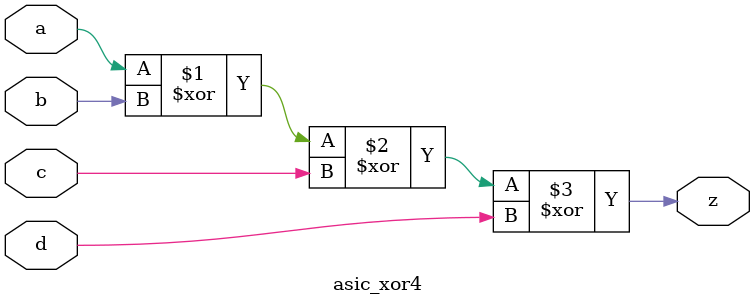
<source format=v>

module asic_xor4
   (
    input  a,
    input  b,
    input  c,
    input  d,
    output z
    );

   assign z =  a ^ b ^ c ^ d;

endmodule

</source>
